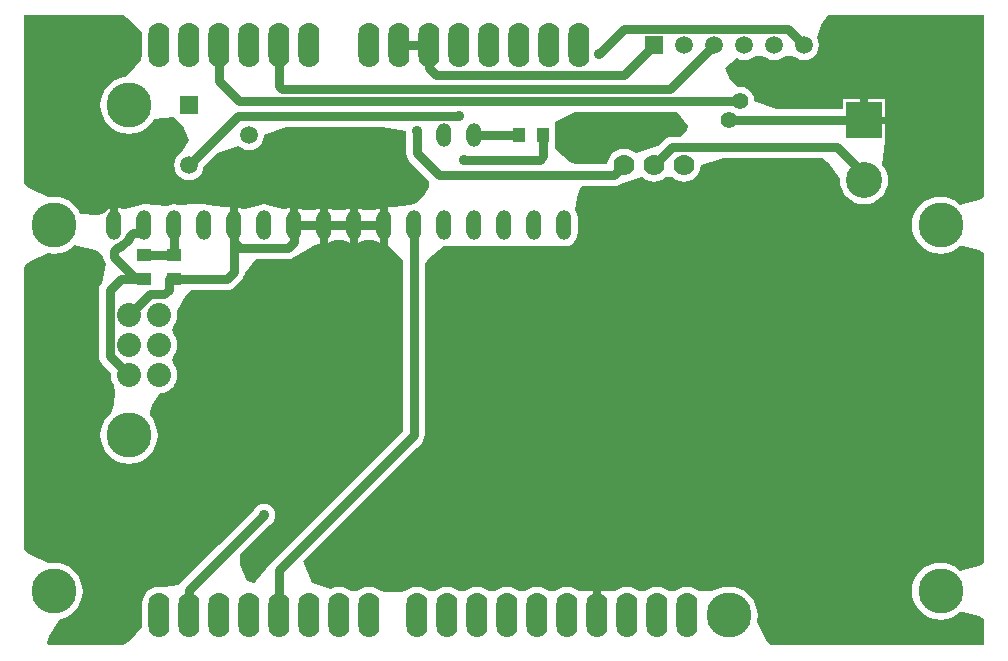
<source format=gbl>
G04 Layer_Physical_Order=2*
G04 Layer_Color=16711680*
%FSLAX24Y24*%
%MOIN*%
G70*
G01*
G75*
%ADD10C,0.0315*%
%ADD11C,0.0800*%
%ADD12C,0.1500*%
%ADD13O,0.0700X0.1500*%
%ADD14C,0.1200*%
%ADD15R,0.1200X0.1200*%
%ADD16C,0.0700*%
%ADD17C,0.0591*%
%ADD18R,0.0591X0.0591*%
%ADD19O,0.0500X0.1000*%
%ADD20O,0.0500X0.0800*%
%ADD21C,0.0551*%
%ADD22C,0.0360*%
%ADD23R,0.0400X0.0500*%
%ADD24R,0.0500X0.0400*%
G36*
X22131Y17294D02*
X22089Y17176D01*
X21896Y16957D01*
X21596D01*
X21503Y16945D01*
X21416Y16909D01*
X21341Y16851D01*
X21138Y16648D01*
X21129Y16643D01*
X20392Y16392D01*
X20277Y16480D01*
X20277D01*
X20144Y16536D01*
X20144Y16536D01*
X20000Y16555D01*
X20000Y16555D01*
X19856Y16536D01*
X19856Y16536D01*
X19856Y16536D01*
X19723Y16480D01*
X19608Y16392D01*
X19608D01*
X19520Y16277D01*
X19520Y16277D01*
X19464Y16144D01*
X19464Y16144D01*
X19449Y16029D01*
X18386D01*
X18193Y16102D01*
X17700Y16550D01*
Y17450D01*
X18353Y17776D01*
X21751D01*
X22131Y17294D01*
D02*
G37*
G36*
X3527Y20850D02*
X3945Y20400D01*
X3945Y20213D01*
Y19681D01*
X3889Y19518D01*
X3850Y19461D01*
X3530Y19079D01*
X3377Y18946D01*
X3369Y18942D01*
X3314Y18936D01*
X3135Y18882D01*
X2970Y18794D01*
X2825Y18675D01*
X2706Y18530D01*
X2618Y18365D01*
X2564Y18186D01*
X2545Y18000D01*
X2564Y17814D01*
X2618Y17635D01*
X2706Y17470D01*
X2825Y17325D01*
X2970Y17206D01*
X3135Y17118D01*
X3314Y17064D01*
X3500Y17045D01*
X3686Y17064D01*
X3865Y17118D01*
X4030Y17206D01*
X4175Y17325D01*
X4294Y17470D01*
X4339Y17554D01*
X5013Y17599D01*
X5312Y17295D01*
X5500Y16825D01*
X5482Y16778D01*
X5250Y16433D01*
X5250Y16433D01*
X5147Y16353D01*
Y16353D01*
X5102Y16295D01*
Y16295D01*
X5067Y16250D01*
X5067Y16250D01*
X5017Y16129D01*
X5017Y16129D01*
X5000Y16000D01*
X5000Y16000D01*
X5017Y15871D01*
X5017Y15871D01*
X5039Y15818D01*
X5067Y15750D01*
X5102Y15705D01*
X5102Y15705D01*
X5102D01*
X5147Y15647D01*
X5192Y15612D01*
X5192Y15612D01*
X5250Y15567D01*
X5303Y15546D01*
X5371Y15517D01*
X5500Y15500D01*
X5500Y15500D01*
X5556Y15508D01*
X5556Y15508D01*
X5629Y15517D01*
X5629Y15517D01*
X5682Y15539D01*
X5682D01*
X5750Y15567D01*
X5750Y15567D01*
X5853Y15647D01*
X5853Y15647D01*
X5933Y15750D01*
X5933Y15750D01*
X5983Y15871D01*
X5983Y15871D01*
X5998Y15988D01*
X6366Y16356D01*
X6399Y16389D01*
X6429Y16405D01*
X7147Y16647D01*
X7205Y16602D01*
X7205D01*
X7250Y16567D01*
X7250Y16567D01*
X7371Y16517D01*
X7371Y16517D01*
X7500Y16500D01*
X7500Y16500D01*
X7629Y16517D01*
X7682Y16539D01*
X7750Y16567D01*
X7853Y16647D01*
X7853D01*
X7933Y16750D01*
X7933Y16750D01*
X7983Y16871D01*
X7983Y16871D01*
X7990Y16927D01*
X7990Y16927D01*
X8000Y17000D01*
X8732Y17286D01*
X11943D01*
X12717Y17136D01*
X12730Y17037D01*
X12740Y17014D01*
Y16399D01*
X12752Y16306D01*
X12788Y16219D01*
X12845Y16144D01*
X13516Y15474D01*
X13514Y15382D01*
X13501Y15279D01*
X13364Y15029D01*
X13137Y14793D01*
X13081Y14747D01*
X13000Y14704D01*
X12883Y14688D01*
X12333Y14617D01*
X12120Y14608D01*
Y14000D01*
Y13301D01*
X12514Y12986D01*
X12639Y12815D01*
Y7178D01*
Y7146D01*
X12616Y7122D01*
X8790Y3296D01*
X8409Y2915D01*
X8409Y2915D01*
X8245Y2751D01*
X8235Y2739D01*
X7741Y2156D01*
X7653Y2082D01*
X7421Y2134D01*
X7184Y2682D01*
X7187Y3014D01*
X8069Y3895D01*
X8168Y3995D01*
X8192Y4004D01*
X8271Y4065D01*
X8332Y4145D01*
X8370Y4237D01*
X8383Y4336D01*
X8370Y4435D01*
X8332Y4528D01*
X8271Y4607D01*
X8192Y4668D01*
X8099Y4706D01*
X8000Y4719D01*
X7901Y4706D01*
X7808Y4668D01*
X7729Y4607D01*
X7668Y4528D01*
X7658Y4505D01*
X7569Y4416D01*
X6484Y3331D01*
X6215Y3061D01*
X6215Y3061D01*
X5459Y2305D01*
X5131Y2008D01*
X4715Y1946D01*
X4500Y1955D01*
X4356Y1936D01*
X4356Y1936D01*
X4356Y1936D01*
X4223Y1880D01*
X4108Y1792D01*
X4020Y1677D01*
X4020Y1677D01*
X3964Y1544D01*
X3964Y1544D01*
X3945Y1400D01*
X3945Y1400D01*
X3945Y1319D01*
Y787D01*
X3945Y600D01*
X3527Y150D01*
X3313Y0D01*
X787D01*
X770Y77D01*
X836Y298D01*
X1186Y864D01*
X1365Y918D01*
X1530Y1006D01*
X1675Y1125D01*
X1794Y1270D01*
X1882Y1435D01*
X1936Y1614D01*
X1955Y1800D01*
X1936Y1986D01*
X1882Y2165D01*
X1794Y2330D01*
X1675Y2475D01*
X1530Y2594D01*
X1365Y2682D01*
X1186Y2736D01*
X1000Y2755D01*
X814Y2736D01*
X787Y2728D01*
X227Y2995D01*
X79Y3108D01*
X0Y3211D01*
Y12589D01*
X79Y12692D01*
X227Y12805D01*
X787Y13072D01*
X814Y13064D01*
X1000Y13045D01*
X1186Y13064D01*
X1365Y13118D01*
X1530Y13206D01*
X1675Y13325D01*
X2370Y13181D01*
X2498Y13117D01*
X2639Y12947D01*
X2652Y12853D01*
X2688Y12766D01*
X2745Y12692D01*
X2605Y12091D01*
X2548Y12017D01*
X2512Y11930D01*
X2500Y11836D01*
Y9640D01*
X2512Y9546D01*
X2548Y9459D01*
X2605Y9385D01*
X2905Y9085D01*
X2897Y9000D01*
X2897Y9000D01*
X2909Y8882D01*
X2943Y8769D01*
X2999Y8665D01*
X3000Y8664D01*
X3036Y8455D01*
X2997Y7996D01*
X2913Y7747D01*
X2825Y7675D01*
X2706Y7530D01*
X2618Y7365D01*
X2564Y7186D01*
X2545Y7000D01*
X2564Y6814D01*
X2618Y6635D01*
X2706Y6470D01*
X2825Y6325D01*
X2970Y6206D01*
X3135Y6118D01*
X3314Y6064D01*
X3500Y6045D01*
X3686Y6064D01*
X3865Y6118D01*
X4030Y6206D01*
X4175Y6325D01*
X4294Y6470D01*
X4382Y6635D01*
X4436Y6814D01*
X4455Y7000D01*
X4436Y7186D01*
X4382Y7365D01*
X4294Y7530D01*
X4188Y7659D01*
X4206Y7786D01*
X4268Y8006D01*
X4391Y8212D01*
X4532Y8400D01*
X4618Y8409D01*
X4618Y8409D01*
X4731Y8443D01*
Y8443D01*
X4815Y8488D01*
X4835Y8499D01*
X4835D01*
X4835Y8499D01*
X4926Y8574D01*
X4987Y8648D01*
X5001Y8665D01*
X5001Y8665D01*
X5001Y8665D01*
X5057Y8769D01*
X5091Y8882D01*
X5103Y9000D01*
X5103Y9000D01*
X5091Y9118D01*
X5091Y9118D01*
X5057Y9231D01*
X5057Y9231D01*
X5001Y9335D01*
X4949Y9500D01*
X5001Y9665D01*
X5001Y9665D01*
Y9665D01*
X5057Y9769D01*
X5091Y9882D01*
X5103Y10000D01*
X5091Y10118D01*
X5057Y10231D01*
X5001Y10335D01*
Y10335D01*
X5001Y10335D01*
X4949Y10500D01*
X5001Y10665D01*
X5001Y10665D01*
Y10665D01*
X5057Y10769D01*
X5091Y10882D01*
X5103Y11000D01*
X5094Y11088D01*
X5102Y11137D01*
X5403Y11670D01*
X5606Y11839D01*
X5993D01*
X6670Y11839D01*
X6670Y11839D01*
X6764Y11839D01*
X6822Y11847D01*
X6857Y11852D01*
X6857Y11852D01*
X6944Y11888D01*
X6944Y11888D01*
X7019Y11945D01*
X7137Y12063D01*
X7255Y12181D01*
X7312Y12256D01*
X7312Y12256D01*
X7348Y12343D01*
X7348Y12343D01*
X7353Y12378D01*
X7359Y12421D01*
X7736Y12876D01*
X8264D01*
X8800Y12876D01*
X8800Y12876D01*
X8893Y12888D01*
X8893D01*
X8893Y12888D01*
X8980Y12924D01*
X8980D01*
X8981Y12925D01*
X9055Y12981D01*
X9055Y12982D01*
X9055Y12982D01*
X9689Y13353D01*
X9796Y13380D01*
X9880Y13387D01*
Y14000D01*
Y14579D01*
X9823Y14556D01*
X9823D01*
X9823Y14556D01*
X9599Y14500D01*
X9401D01*
X9177Y14556D01*
X9120Y14579D01*
Y14000D01*
X8880D01*
Y14585D01*
X8637Y14531D01*
X8227Y14643D01*
X8227Y14643D01*
X8117Y14688D01*
X8000Y14704D01*
X7883Y14688D01*
X7883D01*
X7773Y14643D01*
X7773Y14643D01*
X7363Y14531D01*
X7120Y14585D01*
Y14000D01*
X6880D01*
Y14608D01*
X6667Y14617D01*
X6117Y14688D01*
X6000Y14704D01*
X5983Y14702D01*
X5640Y14694D01*
X5200Y14688D01*
X5200Y14688D01*
X5178Y14688D01*
X5178D01*
X5000Y14704D01*
X5000Y14704D01*
X4883Y14688D01*
X4883Y14688D01*
X4773Y14643D01*
X4010Y14703D01*
X4000Y14704D01*
X3883Y14688D01*
X3883D01*
X3773Y14643D01*
X3773D01*
X3773Y14643D01*
X3363Y14531D01*
X3120Y14585D01*
Y14000D01*
X2880D01*
Y14579D01*
X2823Y14556D01*
X2750Y14500D01*
X2694Y14427D01*
X2690Y14415D01*
X2450Y14348D01*
X1882Y14365D01*
X1794Y14530D01*
X1675Y14675D01*
X1530Y14794D01*
X1365Y14882D01*
X1186Y14936D01*
X1000Y14955D01*
X814Y14936D01*
X787Y14928D01*
X227Y15195D01*
X79Y15308D01*
X0Y15411D01*
Y21000D01*
X3313D01*
X3527Y20850D01*
D02*
G37*
G36*
X32000Y14933D02*
X31833Y14830D01*
X31302Y14695D01*
X31213Y14685D01*
X31080Y14794D01*
X30915Y14882D01*
X30736Y14936D01*
X30550Y14955D01*
X30364Y14936D01*
X30185Y14882D01*
X30020Y14794D01*
X29875Y14675D01*
X29756Y14530D01*
X29668Y14365D01*
X29614Y14186D01*
X29595Y14000D01*
X29614Y13814D01*
X29668Y13635D01*
X29756Y13470D01*
X29875Y13325D01*
X30020Y13206D01*
X30185Y13118D01*
X30364Y13064D01*
X30550Y13045D01*
X30736Y13064D01*
X30915Y13118D01*
X31080Y13206D01*
X31213Y13315D01*
X31302Y13305D01*
X31833Y13170D01*
X32000Y13067D01*
Y2733D01*
X31833Y2630D01*
X31302Y2495D01*
X31213Y2485D01*
X31080Y2594D01*
X30915Y2682D01*
X30736Y2736D01*
X30550Y2755D01*
X30364Y2736D01*
X30185Y2682D01*
X30020Y2594D01*
X29875Y2475D01*
X29756Y2330D01*
X29668Y2165D01*
X29614Y1986D01*
X29595Y1800D01*
X29614Y1614D01*
X29668Y1435D01*
X29756Y1270D01*
X29875Y1125D01*
X30020Y1006D01*
X30185Y918D01*
X30364Y864D01*
X30550Y845D01*
X30736Y864D01*
X30915Y918D01*
X31080Y1006D01*
X31213Y1115D01*
X31302Y1105D01*
X31833Y970D01*
X32000Y867D01*
Y0D01*
X24911D01*
X24808Y79D01*
X24694Y227D01*
X24428Y787D01*
X24436Y814D01*
X24455Y1000D01*
X24436Y1186D01*
X24382Y1365D01*
X24294Y1530D01*
X24175Y1675D01*
X24030Y1794D01*
X23865Y1882D01*
X23686Y1936D01*
X23500Y1955D01*
X23314Y1936D01*
X23135Y1882D01*
X22895Y1793D01*
X22492Y1792D01*
X22377Y1880D01*
X22244Y1936D01*
X22244Y1936D01*
X22100Y1955D01*
X22100Y1955D01*
X21956Y1936D01*
X21823Y1880D01*
X21708Y1792D01*
X21492D01*
X21377Y1880D01*
X21244Y1936D01*
X21244Y1936D01*
X21100Y1955D01*
X20956Y1936D01*
X20956Y1936D01*
X20823Y1880D01*
X20708Y1792D01*
X20492D01*
X20377Y1880D01*
X20377D01*
X20244Y1936D01*
X20100Y1955D01*
X20100Y1955D01*
X19956Y1936D01*
X19823Y1880D01*
X19823D01*
X19823Y1880D01*
X19708Y1792D01*
X19331Y1793D01*
X19220Y1837D01*
Y1000D01*
X18980D01*
Y1837D01*
X18869Y1793D01*
X18492Y1792D01*
X18377Y1880D01*
X18377Y1880D01*
X18377D01*
X18244Y1936D01*
X18100Y1955D01*
X18100Y1955D01*
X17956Y1936D01*
X17823Y1880D01*
X17823D01*
X17708Y1792D01*
X17492D01*
X17377Y1880D01*
X17244Y1936D01*
X17244Y1936D01*
X17100Y1955D01*
X16956Y1936D01*
X16956Y1936D01*
X16823Y1880D01*
X16708Y1792D01*
X16492D01*
X16377Y1880D01*
X16244Y1936D01*
X16244Y1936D01*
X16100Y1955D01*
X15956Y1936D01*
X15956Y1936D01*
X15823Y1880D01*
X15708Y1792D01*
X15492D01*
X15377Y1880D01*
X15244Y1936D01*
X15244Y1936D01*
X15100Y1955D01*
X14956Y1936D01*
X14956Y1936D01*
X14823Y1880D01*
X14708Y1792D01*
X14492D01*
X14377Y1880D01*
X14244Y1936D01*
X14244Y1936D01*
X14100Y1955D01*
X13956Y1936D01*
X13956Y1936D01*
X13823Y1880D01*
X13708Y1792D01*
X13492D01*
X13377Y1880D01*
X13244Y1936D01*
X13100Y1955D01*
X12956Y1936D01*
X12956Y1936D01*
X12823Y1880D01*
X12763Y1835D01*
X12573Y1787D01*
X12027D01*
X11837Y1835D01*
X11777Y1880D01*
X11644Y1936D01*
X11644Y1936D01*
X11500Y1955D01*
X11356Y1936D01*
X11223Y1880D01*
X11108Y1792D01*
X10892D01*
X10777Y1880D01*
X10644Y1936D01*
X10644Y1936D01*
X10500Y1955D01*
X10356Y1936D01*
X10356Y1936D01*
X10223Y1880D01*
X9612Y2068D01*
X9310Y2796D01*
X12710Y6196D01*
X13091Y6578D01*
X13091Y6578D01*
X13255Y6741D01*
X13312Y6816D01*
X13348Y6903D01*
X13361Y6996D01*
X13361Y7245D01*
X13361Y7245D01*
X13361Y7767D01*
Y12714D01*
X13417Y12803D01*
X13478Y12869D01*
X14000Y13296D01*
X14000Y13296D01*
X14046Y13302D01*
X14176Y13312D01*
X14500Y13314D01*
X14824Y13312D01*
X14954Y13302D01*
X15000Y13296D01*
X15046Y13302D01*
X15176Y13312D01*
X15500Y13314D01*
X15824Y13312D01*
X15954Y13302D01*
X16000Y13296D01*
X16046Y13302D01*
X16176Y13312D01*
X16500Y13314D01*
X16824Y13312D01*
X16954Y13302D01*
X17000Y13296D01*
X17046Y13302D01*
X17176Y13312D01*
X17500Y13314D01*
X17824Y13312D01*
X17954Y13302D01*
X18000Y13296D01*
X18000Y13296D01*
X18117Y13312D01*
X18117Y13312D01*
X18117Y13312D01*
X18227Y13357D01*
X18227D01*
X18227Y13357D01*
X18321Y13429D01*
X18321D01*
X18321Y13429D01*
X18373Y13496D01*
X18393Y13523D01*
X18393Y13523D01*
X18393Y13523D01*
X18438Y13633D01*
X18438Y13633D01*
X18454Y13750D01*
X18454Y13750D01*
X18454Y14250D01*
X18454Y14250D01*
X18454Y14250D01*
X18438Y14367D01*
X18393Y14477D01*
X18359Y14521D01*
X18428Y14908D01*
X18505Y15153D01*
X18590Y15308D01*
X19669D01*
X19762Y15321D01*
X19849Y15357D01*
X19853Y15360D01*
X19870Y15369D01*
X20608Y15608D01*
X20723Y15520D01*
X20856Y15464D01*
X20856Y15464D01*
X21000Y15445D01*
X21144Y15464D01*
X21144Y15464D01*
X21277Y15520D01*
X21392Y15608D01*
X21608D01*
X21723Y15520D01*
X21723D01*
X21856Y15464D01*
X21856Y15464D01*
X22000Y15445D01*
X22000Y15445D01*
X22144Y15464D01*
X22144Y15464D01*
X22144Y15464D01*
X22277Y15520D01*
X22392Y15608D01*
X22392D01*
X22480Y15723D01*
X22480Y15723D01*
X22536Y15856D01*
X22536Y15856D01*
X22555Y16000D01*
X23318Y16236D01*
X26593D01*
X26782Y16114D01*
X26803Y16092D01*
X27201Y15554D01*
X27196Y15500D01*
X27212Y15343D01*
X27257Y15192D01*
X27332Y15053D01*
X27432Y14932D01*
X27553Y14832D01*
X27692Y14757D01*
X27843Y14712D01*
X28000Y14696D01*
X28157Y14712D01*
X28308Y14757D01*
X28447Y14832D01*
X28568Y14932D01*
X28668Y15053D01*
X28743Y15192D01*
X28788Y15343D01*
X28804Y15500D01*
X28788Y15657D01*
X28743Y15808D01*
X28668Y15947D01*
X28614Y16013D01*
X28700Y16800D01*
X28700Y16800D01*
Y17380D01*
X28000D01*
Y17500D01*
X27880D01*
Y18200D01*
X27300D01*
Y17861D01*
X25080D01*
X24343Y18136D01*
X24327Y18260D01*
X24327Y18260D01*
X24279Y18376D01*
X24279D01*
X24203Y18475D01*
X24203Y18475D01*
X24104Y18552D01*
X24104Y18552D01*
X24104D01*
X23988Y18600D01*
X23988Y18600D01*
X23988Y18600D01*
X23864Y18616D01*
X23864Y18616D01*
X23812Y18609D01*
X23533Y18840D01*
X23360Y19231D01*
X23750Y19567D01*
X23750Y19567D01*
X23871Y19517D01*
X24000Y19500D01*
X24129Y19517D01*
X24250Y19567D01*
X24250Y19567D01*
X24388Y19647D01*
X24612D01*
X24750Y19567D01*
X24750Y19567D01*
X24871Y19517D01*
X25000Y19500D01*
X25056Y19508D01*
X25129Y19517D01*
X25129Y19517D01*
X25182Y19539D01*
X25250Y19567D01*
X25250D01*
X25250Y19567D01*
X25388Y19647D01*
X25612D01*
X25750Y19567D01*
X25750Y19567D01*
X25750Y19567D01*
X25871Y19517D01*
X25871Y19517D01*
X26000Y19500D01*
X26129Y19517D01*
X26129Y19517D01*
X26182Y19539D01*
D01*
X26250Y19567D01*
X26250Y19567D01*
X26295Y19602D01*
X26353Y19647D01*
X26353Y19647D01*
X26388Y19692D01*
X26388D01*
X26433Y19750D01*
X26433Y19750D01*
X26483Y19871D01*
X26483Y19871D01*
X26500Y20000D01*
X26500Y20000D01*
X26492Y20056D01*
X26492Y20056D01*
X26483Y20129D01*
X26483Y20129D01*
X26461Y20182D01*
Y20182D01*
X26433Y20250D01*
X26577Y20675D01*
X26804Y21000D01*
X32000D01*
Y14933D01*
D02*
G37*
%LPC*%
G36*
X11880Y14579D02*
X11823Y14556D01*
X11599Y14500D01*
X11401D01*
X11177Y14556D01*
X11177Y14556D01*
X11177D01*
X11120Y14579D01*
Y14000D01*
Y13421D01*
X11177Y13444D01*
X11177D01*
X11177Y13444D01*
X11401Y13500D01*
X11599D01*
X11823Y13444D01*
X11880Y13421D01*
Y14000D01*
Y14579D01*
D02*
G37*
G36*
X28700Y18200D02*
X28120D01*
Y17620D01*
X28700D01*
Y18200D01*
D02*
G37*
G36*
X10880Y14579D02*
X10823Y14556D01*
X10823D01*
X10823Y14556D01*
X10599Y14500D01*
X10401D01*
X10177Y14556D01*
X10177Y14556D01*
X10177D01*
X10120Y14579D01*
Y14000D01*
Y13421D01*
X10177Y13444D01*
X10177D01*
X10177Y13444D01*
X10401Y13500D01*
X10599D01*
X10823Y13444D01*
X10823Y13444D01*
X10823D01*
X10880Y13421D01*
Y14000D01*
Y14579D01*
D02*
G37*
%LPD*%
G54D10*
X3487Y13613D02*
X3620Y13746D01*
X3487Y13548D02*
Y13613D01*
X3202Y13263D02*
X3487Y13548D01*
X3137Y13263D02*
X3202D01*
X3000Y13126D02*
X3137Y13263D01*
X3000Y12947D02*
Y13126D01*
Y12947D02*
X3747Y12200D01*
X17300Y16300D02*
Y17000D01*
X17186Y16186D02*
X17300Y16300D01*
X14680Y16186D02*
X17186D01*
X23500Y17500D02*
X28000D01*
X27096Y16596D02*
X28000Y15693D01*
Y15500D02*
Y15693D01*
X15000Y17000D02*
X16500D01*
X5000Y13000D02*
Y14000D01*
X4000Y13000D02*
X5000D01*
X9000Y14000D02*
X10000D01*
X11000D01*
X12000D01*
X12500Y20000D02*
X13500D01*
X4000Y13746D02*
Y14000D01*
X13500Y19236D02*
Y20000D01*
Y19236D02*
X13730Y19006D01*
X20006D01*
X21000Y20000D01*
X2860Y11836D02*
X3224Y12200D01*
X2860Y9640D02*
Y11836D01*
Y9640D02*
X3500Y9000D01*
Y11000D02*
X4196Y11696D01*
X4680D01*
X4820Y11836D01*
Y12200D02*
X5000D01*
X6764D01*
X7000Y12436D01*
X9000Y13436D02*
Y14000D01*
X8800Y13236D02*
X9000Y13436D01*
X7200Y13236D02*
X8800D01*
X7000Y13436D02*
X7200Y13236D01*
X8500Y18636D02*
Y20000D01*
Y18636D02*
X8605Y18531D01*
X21531D01*
X23000Y20000D01*
X19669Y15669D02*
X20000Y16000D01*
X13830Y15669D02*
X19669D01*
X13100Y16399D02*
X13830Y15669D01*
X13100Y16399D02*
Y17136D01*
X5500Y1000D02*
Y1836D01*
X8000Y4336D01*
X21596Y16596D02*
X27096D01*
X21000Y16000D02*
X21596Y16596D01*
X8500Y1000D02*
Y2496D01*
X13000Y6996D01*
Y14000D01*
X7180Y18136D02*
X23864D01*
X6500Y18816D02*
X7180Y18136D01*
X6500Y18816D02*
Y20000D01*
X5500Y16000D02*
X7146Y17646D01*
X14500D01*
X25464Y20536D02*
X26000Y20000D01*
X20010Y20536D02*
X25464D01*
X19170Y19696D02*
X20010Y20536D01*
X4820Y11836D02*
Y12200D01*
X7000Y12436D02*
Y13436D01*
Y14000D01*
X3224Y12200D02*
X3747D01*
X4000D01*
X3620Y13746D02*
X4000D01*
G54D11*
X4500Y9000D02*
D03*
X3500Y11000D02*
D03*
X4500D02*
D03*
X3500Y10000D02*
D03*
X4500D02*
D03*
X3500Y9000D02*
D03*
G54D12*
X23500Y1000D02*
D03*
X3500Y7000D02*
D03*
Y18000D02*
D03*
X30550Y1800D02*
D03*
Y14000D02*
D03*
X1000Y1800D02*
D03*
Y14000D02*
D03*
G54D13*
X16500Y20000D02*
D03*
X15500D02*
D03*
X14500D02*
D03*
X13500D02*
D03*
X12500D02*
D03*
X11500D02*
D03*
X9500D02*
D03*
X8500D02*
D03*
X7500D02*
D03*
X6500D02*
D03*
X5500D02*
D03*
X4500D02*
D03*
Y1000D02*
D03*
X5500D02*
D03*
X6500D02*
D03*
X7500D02*
D03*
X8500D02*
D03*
X9500D02*
D03*
X10500D02*
D03*
X11500D02*
D03*
X13100D02*
D03*
X14100D02*
D03*
X15100D02*
D03*
X16100D02*
D03*
X17100D02*
D03*
X18100D02*
D03*
X19100D02*
D03*
X20100D02*
D03*
X17500Y20000D02*
D03*
X18500D02*
D03*
X21100Y1000D02*
D03*
X22100D02*
D03*
G54D14*
X28000Y15500D02*
D03*
G54D15*
Y17500D02*
D03*
G54D16*
X22000Y16000D02*
D03*
X20000D02*
D03*
X21000D02*
D03*
G54D17*
X5500D02*
D03*
X7500Y17000D02*
D03*
X22000Y20000D02*
D03*
X23000D02*
D03*
X24000D02*
D03*
X25000D02*
D03*
X26000D02*
D03*
G54D18*
X5500Y18000D02*
D03*
X21000Y20000D02*
D03*
G54D19*
X3000Y14000D02*
D03*
X4000D02*
D03*
X5000D02*
D03*
X6000D02*
D03*
X7000D02*
D03*
X8000D02*
D03*
X9000D02*
D03*
X10000D02*
D03*
X11000D02*
D03*
X12000D02*
D03*
X13000D02*
D03*
X14000D02*
D03*
X15000D02*
D03*
X16000D02*
D03*
X17000D02*
D03*
X18000D02*
D03*
G54D20*
X14000Y17000D02*
D03*
X15000D02*
D03*
G54D21*
X23500Y17500D02*
D03*
X23864Y18136D02*
D03*
G54D22*
X13100Y17136D02*
D03*
X8000Y4336D02*
D03*
X14680Y16186D02*
D03*
X14500Y17646D02*
D03*
X19170Y19696D02*
D03*
G54D23*
X17300Y17000D02*
D03*
X16500D02*
D03*
G54D24*
X5000Y12200D02*
D03*
Y13000D02*
D03*
X4000Y12200D02*
D03*
Y13000D02*
D03*
M02*

</source>
